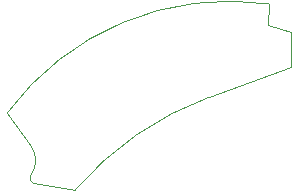
<source format=gbr>
%TF.GenerationSoftware,KiCad,Pcbnew,(5.1.6)-1*%
%TF.CreationDate,2020-12-05T12:07:26+01:00*%
%TF.ProjectId,bose-usb-c,626f7365-2d75-4736-922d-632e6b696361,Rev 1*%
%TF.SameCoordinates,Original*%
%TF.FileFunction,Profile,NP*%
%FSLAX46Y46*%
G04 Gerber Fmt 4.6, Leading zero omitted, Abs format (unit mm)*
G04 Created by KiCad (PCBNEW (5.1.6)-1) date 2020-12-05 12:07:26*
%MOMM*%
%LPD*%
G01*
G04 APERTURE LIST*
%TA.AperFunction,Profile*%
%ADD10C,0.000159*%
%TD*%
G04 APERTURE END LIST*
D10*
X66138205Y-74268109D02*
G75*
G02*
X65878193Y-73600210I69819J411741D01*
G01*
X63883083Y-68324261D02*
G75*
G02*
X86040701Y-59081934I18801112J-13892338D01*
G01*
X65917770Y-71124486D02*
G75*
G02*
X65878193Y-73600210I-1667349J-1211524D01*
G01*
X69628033Y-74859908D02*
X66138201Y-74268109D01*
X87895535Y-61482758D02*
X87895775Y-64442049D01*
X87895775Y-64442049D02*
X81000089Y-66966304D01*
X86040701Y-59081934D02*
X85983941Y-60877098D01*
X69628031Y-74859904D02*
G75*
G02*
X81000089Y-66966304I20773696J-17789522D01*
G01*
X85983941Y-60877098D02*
X87895535Y-61482758D01*
X65917772Y-71124486D02*
X63883084Y-68324265D01*
M02*

</source>
